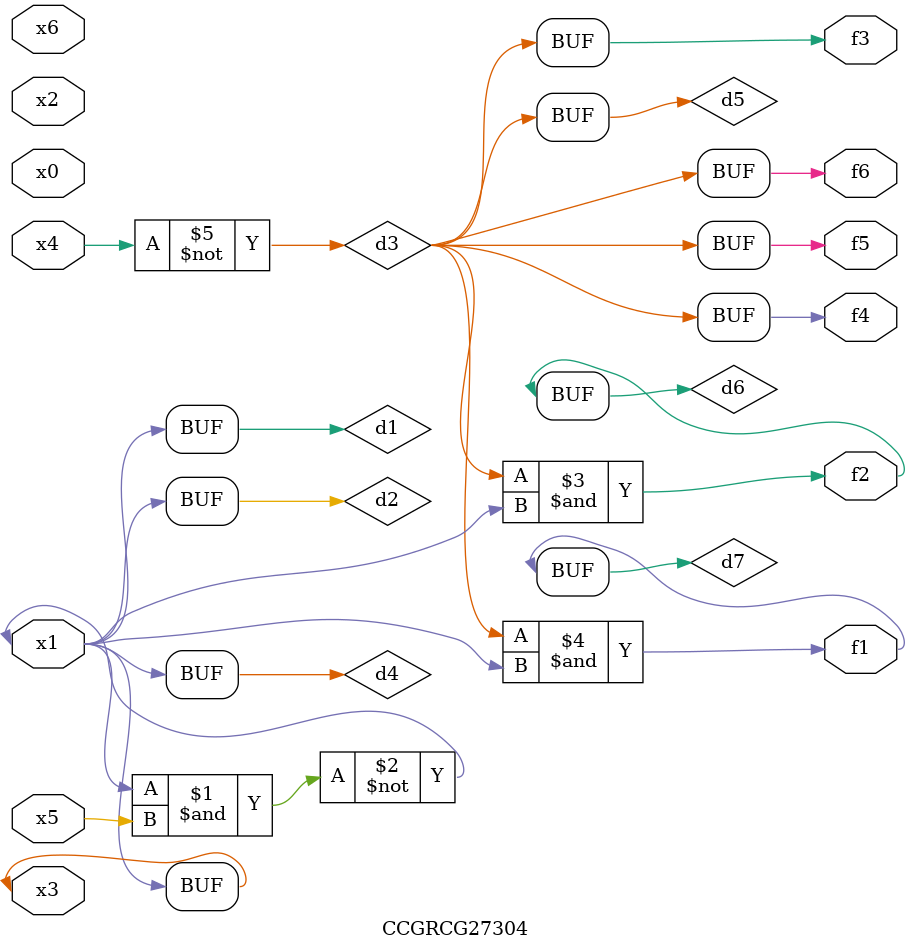
<source format=v>
module CCGRCG27304(
	input x0, x1, x2, x3, x4, x5, x6,
	output f1, f2, f3, f4, f5, f6
);

	wire d1, d2, d3, d4, d5, d6, d7;

	buf (d1, x1, x3);
	nand (d2, x1, x5);
	not (d3, x4);
	buf (d4, d1, d2);
	buf (d5, d3);
	and (d6, d3, d4);
	and (d7, d3, d4);
	assign f1 = d7;
	assign f2 = d6;
	assign f3 = d5;
	assign f4 = d5;
	assign f5 = d5;
	assign f6 = d5;
endmodule

</source>
